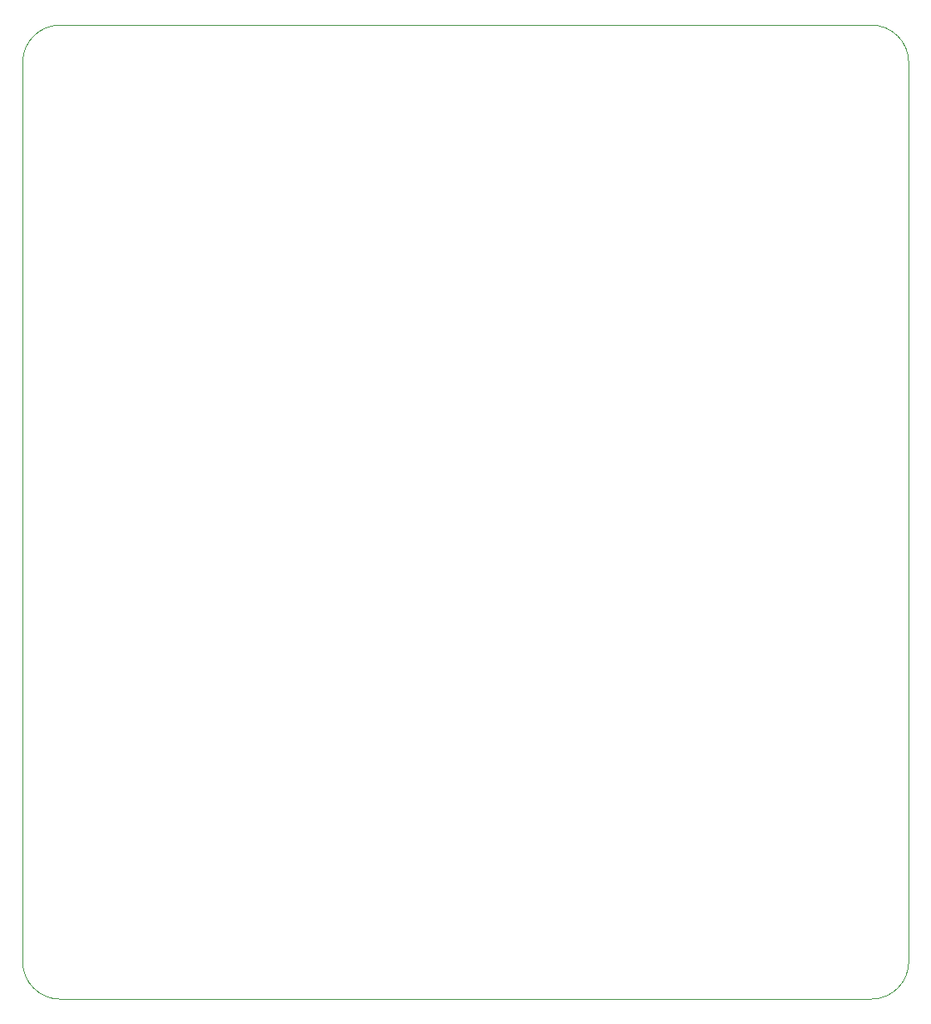
<source format=gbr>
G04 #@! TF.GenerationSoftware,KiCad,Pcbnew,(5.1.2-1)-1*
G04 #@! TF.CreationDate,2019-08-25T20:16:48+10:00*
G04 #@! TF.ProjectId,control-logic,636f6e74-726f-46c2-9d6c-6f6769632e6b,rev?*
G04 #@! TF.SameCoordinates,Original*
G04 #@! TF.FileFunction,Profile,NP*
%FSLAX46Y46*%
G04 Gerber Fmt 4.6, Leading zero omitted, Abs format (unit mm)*
G04 Created by KiCad (PCBNEW (5.1.2-1)-1) date 2019-08-25 20:16:48*
%MOMM*%
%LPD*%
G04 APERTURE LIST*
%ADD10C,0.100000*%
G04 APERTURE END LIST*
D10*
X172720000Y-160020000D02*
X90170000Y-160020000D01*
X172720000Y-60960000D02*
X90170000Y-60960000D01*
X86360000Y-64770000D02*
X86360000Y-156210000D01*
X176530000Y-64770000D02*
X176530000Y-156210000D01*
X176530000Y-156210000D02*
G75*
G02X172720000Y-160020000I-3810000J0D01*
G01*
X90170000Y-160020000D02*
G75*
G02X86360000Y-156210000I0J3810000D01*
G01*
X86360000Y-64770000D02*
G75*
G02X90170000Y-60960000I3810000J0D01*
G01*
X172720000Y-60960000D02*
G75*
G02X176530000Y-64770000I0J-3810000D01*
G01*
M02*

</source>
